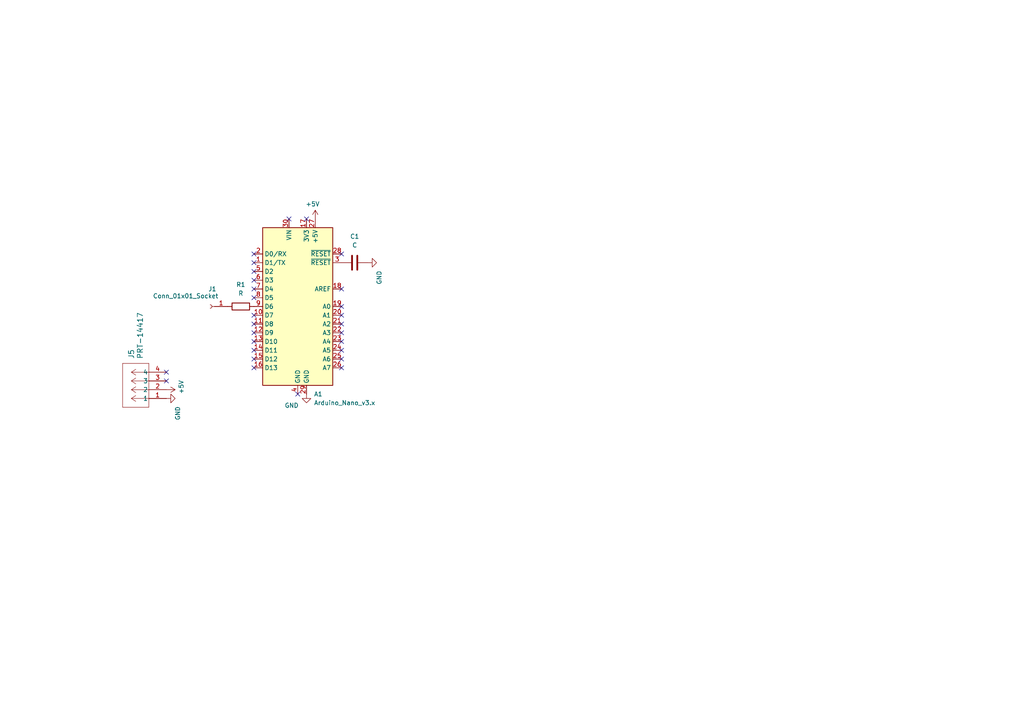
<source format=kicad_sch>
(kicad_sch (version 20250114) (generator "eeschema") (generator_version "9.0")
  (paper "A4")
  (lib_symbols
    (symbol "Connector:Conn_01x01_Socket" (pin_names (offset 1.016) (hide yes))
      (property "Reference" "J" (at 0 2.54 0))
      (property "Value" "Conn_01x01_Socket" (at 0 -2.54 0))
      (symbol "Conn_01x01_Socket_1_1"
        (polyline (pts (xy -1.27 0) (xy -0.508 0)) (stroke (width 0.1524)))
        (arc (start 0 -0.508) (mid -0.5058 0) (end 0 0.508) (stroke (width 0.1524)))
        (pin passive line (at -5.08 0 0) (length 3.81) (name "Pin_1") (number "1"))
      )
    )
    (symbol "Device:C" (pin_numbers (hide yes)) (pin_names (offset 0.254))
      (property "Reference" "C" (at 0.635 2.54 0))
      (property "Value" "C" (at 0.635 -2.54 0))
      (symbol "C_0_1"
        (polyline (pts (xy -2.032 0.762) (xy 2.032 0.762)) (stroke (width 0.508)))
        (polyline (pts (xy -2.032 -0.762) (xy 2.032 -0.762)) (stroke (width 0.508)))
      )
      (symbol "C_1_1"
        (pin passive line (at 0 3.81 270) (length 2.794) (name "~") (number "1"))
        (pin passive line (at 0 -3.81 90) (length 2.794) (name "~") (number "2"))
      )
    )
    (symbol "Device:R" (pin_numbers (hide yes)) (pin_names (offset 0))
      (property "Reference" "R" (at 2.032 0 90))
      (property "Value" "R" (at 0 0 90))
      (symbol "R_0_1"
        (rectangle (start -1.016 -2.54) (end 1.016 2.54) (stroke (width 0.254)))
      )
      (symbol "R_1_1"
        (pin passive line (at 0 3.81 270) (length 1.27) (name "~") (number "1"))
        (pin passive line (at 0 -3.81 90) (length 1.27) (name "~") (number "2"))
      )
    )
    (symbol "MCU_Module:Arduino_Nano_v3.x"
      (property "Reference" "A" (at -10.16 23.495 0))
      (property "Value" "Arduino_Nano_v3.x" (at 5.08 -24.13 0))
      (symbol "Arduino_Nano_v3.x_0_1"
        (rectangle (start -10.16 22.86) (end 10.16 -22.86) (stroke (width 0.254)) (fill (type background)))
      )
      (symbol "Arduino_Nano_v3.x_1_1"
        (pin bidirectional line (at -12.7 15.24 0) (length 2.54) (name "D0/RX") (number "2"))
        (pin bidirectional line (at -12.7 12.7 0) (length 2.54) (name "D1/TX") (number "1"))
        (pin bidirectional line (at -12.7 10.16 0) (length 2.54) (name "D2") (number "5"))
        (pin bidirectional line (at -12.7 7.62 0) (length 2.54) (name "D3") (number "6"))
        (pin bidirectional line (at -12.7 5.08 0) (length 2.54) (name "D4") (number "7"))
        (pin bidirectional line (at -12.7 2.54 0) (length 2.54) (name "D5") (number "8"))
        (pin bidirectional line (at -12.7 0 0) (length 2.54) (name "D6") (number "9"))
        (pin bidirectional line (at -12.7 -2.54 0) (length 2.54) (name "D7") (number "10"))
        (pin bidirectional line (at -12.7 -5.08 0) (length 2.54) (name "D8") (number "11"))
        (pin bidirectional line (at -12.7 -7.62 0) (length 2.54) (name "D9") (number "12"))
        (pin bidirectional line (at -12.7 -10.16 0) (length 2.54) (name "D10") (number "13"))
        (pin bidirectional line (at -12.7 -12.7 0) (length 2.54) (name "D11") (number "14"))
        (pin bidirectional line (at -12.7 -15.24 0) (length 2.54) (name "D12") (number "15"))
        (pin bidirectional line (at -12.7 -17.78 0) (length 2.54) (name "D13") (number "16"))
        (pin power_in line (at -2.54 25.4 270) (length 2.54) (name "VIN") (number "30"))
        (pin power_in line (at 0 -25.4 90) (length 2.54) (name "GND") (number "4"))
        (pin power_out line (at 2.54 25.4 270) (length 2.54) (name "3V3") (number "17"))
        (pin power_in line (at 2.54 -25.4 90) (length 2.54) (name "GND") (number "29"))
        (pin power_out line (at 5.08 25.4 270) (length 2.54) (name "+5V") (number "27"))
        (pin input line (at 12.7 15.24 180) (length 2.54) (name "~{RESET}") (number "28"))
        (pin input line (at 12.7 12.7 180) (length 2.54) (name "~{RESET}") (number "3"))
        (pin input line (at 12.7 5.08 180) (length 2.54) (name "AREF") (number "18"))
        (pin bidirectional line (at 12.7 0 180) (length 2.54) (name "A0") (number "19"))
        (pin bidirectional line (at 12.7 -2.54 180) (length 2.54) (name "A1") (number "20"))
        (pin bidirectional line (at 12.7 -5.08 180) (length 2.54) (name "A2") (number "21"))
        (pin bidirectional line (at 12.7 -7.62 180) (length 2.54) (name "A3") (number "22"))
        (pin bidirectional line (at 12.7 -10.16 180) (length 2.54) (name "A4") (number "23"))
        (pin bidirectional line (at 12.7 -12.7 180) (length 2.54) (name "A5") (number "24"))
        (pin bidirectional line (at 12.7 -15.24 180) (length 2.54) (name "A6") (number "25"))
        (pin bidirectional line (at 12.7 -17.78 180) (length 2.54) (name "A7") (number "26"))
      )
    )
    (symbol "New_Library:PRT-14417" (pin_names (offset 0.254))
      (property "Reference" "J" (at 8.89 6.35 0))
      (property "Value" "PRT-14417" (at 0 0 0))
      (symbol "PRT-14417_1_1"
        (polyline (pts (xy 5.08 2.54) (xy 5.08 -10.16)) (stroke (width 0.127)))
        (polyline (pts (xy 5.08 -10.16) (xy 12.7 -10.16)) (stroke (width 0.127)))
        (polyline (pts (xy 10.16 0) (xy 5.08 0)) (stroke (width 0.127)))
        (polyline (pts (xy 10.16 0) (xy 8.89 0.8467)) (stroke (width 0.127)))
        (polyline (pts (xy 10.16 0) (xy 8.89 -0.8467)) (stroke (width 0.127)))
        (polyline (pts (xy 10.16 -2.54) (xy 5.08 -2.54)) (stroke (width 0.127)))
        (polyline (pts (xy 10.16 -2.54) (xy 8.89 -1.6933)) (stroke (width 0.127)))
        (polyline (pts (xy 10.16 -2.54) (xy 8.89 -3.3867)) (stroke (width 0.127)))
        (polyline (pts (xy 10.16 -5.08) (xy 5.08 -5.08)) (stroke (width 0.127)))
        (polyline (pts (xy 10.16 -5.08) (xy 8.89 -4.2333)) (stroke (width 0.127)))
        (polyline (pts (xy 10.16 -5.08) (xy 8.89 -5.9267)) (stroke (width 0.127)))
        (polyline (pts (xy 10.16 -7.62) (xy 5.08 -7.62)) (stroke (width 0.127)))
        (polyline (pts (xy 10.16 -7.62) (xy 8.89 -6.7733)) (stroke (width 0.127)))
        (polyline (pts (xy 10.16 -7.62) (xy 8.89 -8.4667)) (stroke (width 0.127)))
        (polyline (pts (xy 12.7 2.54) (xy 5.08 2.54)) (stroke (width 0.127)))
        (polyline (pts (xy 12.7 -10.16) (xy 12.7 2.54)) (stroke (width 0.127)))
        (pin unspecified line (at 0 0 0) (length 5.08) (name "1") (number "1"))
        (pin unspecified line (at 0 -2.54 0) (length 5.08) (name "2") (number "2"))
        (pin unspecified line (at 0 -5.08 0) (length 5.08) (name "3") (number "3"))
        (pin unspecified line (at 0 -7.62 0) (length 5.08) (name "4") (number "4"))
      )
      (symbol "PRT-14417_1_2"
        (polyline (pts (xy 5.08 2.54) (xy 5.08 -10.16)) (stroke (width 0.127)))
        (polyline (pts (xy 5.08 -10.16) (xy 12.7 -10.16)) (stroke (width 0.127)))
        (polyline (pts (xy 7.62 0) (xy 5.08 0)) (stroke (width 0.127)))
        (polyline (pts (xy 7.62 0) (xy 8.89 0.8467)) (stroke (width 0.127)))
        (polyline (pts (xy 7.62 0) (xy 8.89 -0.8467)) (stroke (width 0.127)))
        (polyline (pts (xy 7.62 -2.54) (xy 5.08 -2.54)) (stroke (width 0.127)))
        (polyline (pts (xy 7.62 -2.54) (xy 8.89 -1.6933)) (stroke (width 0.127)))
        (polyline (pts (xy 7.62 -2.54) (xy 8.89 -3.3867)) (stroke (width 0.127)))
        (polyline (pts (xy 7.62 -5.08) (xy 5.08 -5.08)) (stroke (width 0.127)))
        (polyline (pts (xy 7.62 -5.08) (xy 8.89 -4.2333)) (stroke (width 0.127)))
        (polyline (pts (xy 7.62 -5.08) (xy 8.89 -5.9267)) (stroke (width 0.127)))
        (polyline (pts (xy 7.62 -7.62) (xy 5.08 -7.62)) (stroke (width 0.127)))
        (polyline (pts (xy 7.62 -7.62) (xy 8.89 -6.7733)) (stroke (width 0.127)))
        (polyline (pts (xy 7.62 -7.62) (xy 8.89 -8.4667)) (stroke (width 0.127)))
        (polyline (pts (xy 12.7 2.54) (xy 5.08 2.54)) (stroke (width 0.127)))
        (polyline (pts (xy 12.7 -10.16) (xy 12.7 2.54)) (stroke (width 0.127)))
        (pin unspecified line (at 0 0 0) (length 5.08) (name "1") (number "1"))
        (pin unspecified line (at 0 -2.54 0) (length 5.08) (name "2") (number "2"))
        (pin unspecified line (at 0 -5.08 0) (length 5.08) (name "3") (number "3"))
        (pin unspecified line (at 0 -7.62 0) (length 5.08) (name "4") (number "4"))
      )
    )
    (symbol "power:+5V" (power) (pin_names (offset 0))
      (property "Value" "+5V" (at 0 3.556 0))
      (symbol "+5V_0_1"
        (polyline (pts (xy -0.762 1.27) (xy 0 2.54)))
        (polyline (pts (xy 0 2.54) (xy 0.762 1.27)))
        (polyline (pts (xy 0 0) (xy 0 2.54)))
      )
      (symbol "+5V_1_1"
        (pin power_in line (at 0 0 90) (length 0) (hide yes) (name "+5V") (number "1"))
      )
    )
    (symbol "power:GND" (power) (pin_names (offset 0))
      (property "Value" "GND" (at 0 -3.81 0))
      (symbol "GND_0_1"
        (polyline (pts (xy 0 0) (xy 0 -1.27) (xy 1.27 -1.27) (xy 0 -2.54) (xy -1.27 -1.27) (xy 0 -1.27)))
      )
      (symbol "GND_1_1"
        (pin power_in line (at 0 0 270) (length 0) (hide yes) (name "GND") (number "1"))
      )
    )
  )
  (no_connect (at 99.06 96.52))
  (no_connect (at 73.66 96.52))
  (no_connect (at 99.06 99.06))
  (no_connect (at 73.66 83.82))
  (no_connect (at 99.06 88.9))
  (no_connect (at 99.06 106.68))
  (no_connect (at 73.66 99.06))
  (no_connect (at 48.26 107.95))
  (no_connect (at 73.66 76.2))
  (no_connect (at 73.66 73.66))
  (no_connect (at 73.66 91.44))
  (no_connect (at 99.06 101.6))
  (no_connect (at 73.66 101.6))
  (no_connect (at 99.06 91.44))
  (no_connect (at 73.66 106.68))
  (no_connect (at 99.06 83.82))
  (no_connect (at 73.66 104.14))
  (no_connect (at 99.06 73.66))
  (no_connect (at 73.66 78.74))
  (no_connect (at 86.36 114.3))
  (no_connect (at 88.9 63.5))
  (no_connect (at 48.26 110.49))
  (no_connect (at 73.66 86.36))
  (no_connect (at 99.06 104.14))
  (no_connect (at 99.06 93.98))
  (no_connect (at 73.66 93.98))
  (no_connect (at 73.66 81.28))
  (no_connect (at 83.82 63.5))
  (symbol (lib_id "power:+5V") (at 48.26 113.03 270) (unit 1)
    (property "Reference" "#PWR05" (effects (hide yes)))
    (property "Value" "+5V" (at 52.578 112.268 0))
  )
  (symbol (lib_id "Device:R") (at 69.85 88.9 90) (unit 1)
    (property "Reference" "R1" (at 69.85 82.55 90))
    (property "Value" "R" (at 69.85 85.09 90))
    (property "Footprint" "Resistor_SMD:R_0805_2012Metric" (effects (hide yes)))
    (property "Description" "Resistor" (effects (hide yes)))
  )
  (symbol (lib_id "New_Library:PRT-14417") (at 48.26 115.57 180) (unit 1)
    (property "Reference" "J5" (at 38.0999 104.14 90) (effects (font (size 1.524 1.524)) (justify right)))
    (property "Value" "PRT-14417" (at 40.6399 104.14 90) (effects (font (size 1.524 1.524)) (justify right)))
    (property "Footprint" "User:CONN_PRT-14417_SPK" (effects (hide yes)))
    (property "Datasheet" "PRT-14417" (effects (hide yes)))
  )
  (symbol (lib_id "MCU_Module:Arduino_Nano_v3.x") (at 86.36 88.9 0) (unit 1)
    (property "Reference" "A1" (at 91.0433 114.3 0) (effects (justify left)))
    (property "Value" "Arduino_Nano_v3.x" (at 91.0433 116.84 0) (effects (justify left)))
    (property "Footprint" "Module:Arduino_Nano" (effects (hide yes)))
    (property "Datasheet" "http://www.mouser.com/pdfdocs/Gravitech_Arduino_Nano3_0.pdf" (effects (hide yes)))
    (property "Description" "Arduino Nano v3.x" (effects (hide yes)))
  )
  (symbol (lib_id "Connector:Conn_01x01_Socket") (at 60.96 88.9 180) (unit 1)
    (property "Reference" "J1" (at 61.595 83.82 0))
    (property "Value" "Conn_01x01_Socket" (at 53.848 85.852 0))
    (property "Footprint" "Connector_PinSocket_2.54mm:PinSocket_1x01_P2.54mm_Vertical" (effects (hide yes)))
    (property "Description" "Generic connector, single row, 01x01, script generated" (effects (hide yes)))
  )
  (symbol (lib_id "power:GND") (at 106.68 76.2 90) (unit 1)
    (property "Reference" "#PWR01" (effects (hide yes)))
    (property "Value" "GND" (at 109.982 80.518 0))
  )
  (symbol (lib_id "power:+5V") (at 91.44 63.5 0) (unit 1)
    (property "Reference" "#PWR02" (effects (hide yes)))
    (property "Value" "+5V" (at 90.678 59.182 0))
  )
  (symbol (lib_id "power:GND") (at 88.9 114.3 0) (unit 1)
    (property "Reference" "#PWR03" (effects (hide yes)))
    (property "Value" "GND" (at 84.582 117.602 0))
  )
  (symbol (lib_id "power:GND") (at 48.26 115.57 90) (unit 1)
    (property "Reference" "#PWR04" (effects (hide yes)))
    (property "Value" "GND" (at 51.562 119.888 0))
  )
  (symbol (lib_id "Device:C") (at 102.87 76.2 90) (unit 1)
    (property "Reference" "C1" (at 102.87 68.58 90))
    (property "Value" "C" (at 102.87 71.12 90))
    (property "Footprint" "Capacitor_SMD:C_0805_2012Metric" (effects (hide yes)))
    (property "Description" "Unpolarized capacitor" (effects (hide yes)))
  )
)
</source>
